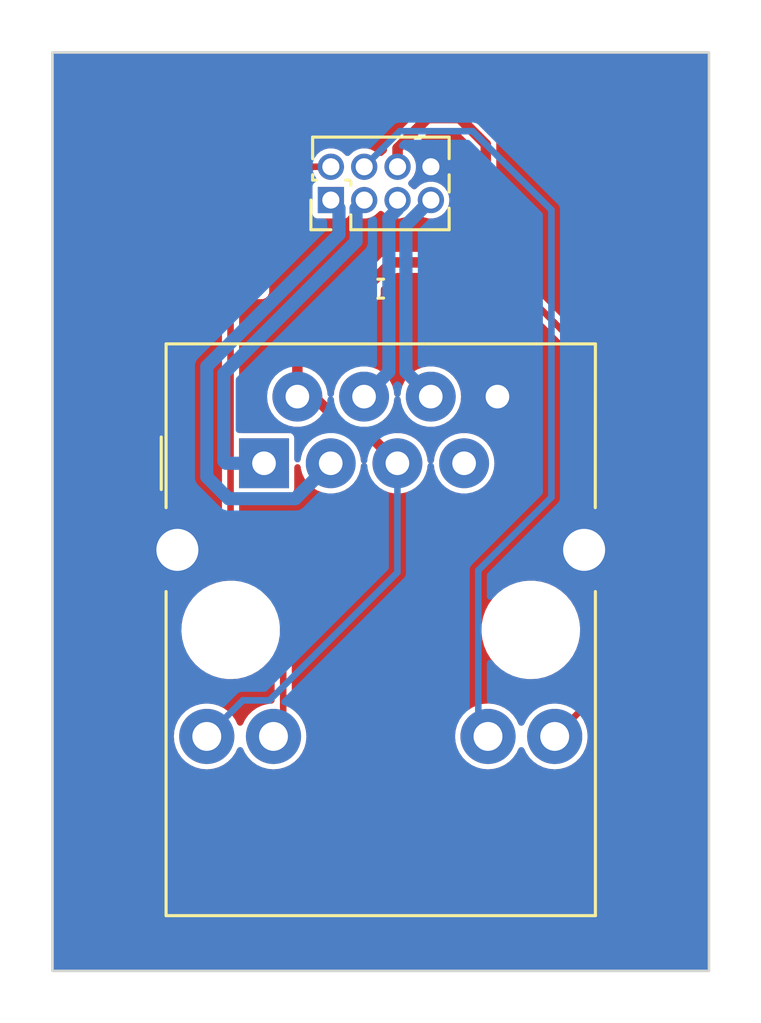
<source format=kicad_pcb>
(kicad_pcb (version 20221018) (generator pcbnew)
  (layers (0 "F.Cu" signal) (31 "B.Cu" signal) (34 "B.Paste" user) (35 "F.Paste" user) (36 "B.SilkS" user "B.Silkscreen") (37 "F.SilkS" user "F.Silkscreen") (38 "B.Mask" user) (39 "F.Mask" user) (44 "Edge.Cuts" user))
  (net 0 "")
  (net 1 "+3V3")
  (net 2 "GND")
  (net 4 "Net-(J1-LEDY_K)")
  (net 5 "Net-(J1-LEDG_K)")
  (net 6 "/RJ45_TD-")
  (net 7 "/RJ45_LEDY_K")
  (net 8 "/RJ45_TD+")
  (net 9 "/RJ45_LEDG_A")
  (net 10 "/RJ45_RD+")
  (net 11 "/RJ45_RD-")
  (footprint "Capacitor_SMD:C_0402_1005Metric" (layer "F.Cu") (at 141.5 87)
    (fp_text reference "C1" hide)
    (fp_text value "10uF" hide)
    (fp_line (start -0.107836 -0.36) (end 0.107836 -0.36) (stroke (width 0.12)) (layer "F.SilkS"))
    (fp_line (start -0.107836 0.36) (end 0.107836 0.36) (stroke (width 0.12)) (layer "F.SilkS"))
    (pad "1" smd roundrect (at -0.48 0) (size 0.56 0.62) (layers "F.Cu" "F.Paste" "F.Mask") (net 1 "+3V3"))
    (pad "2" smd roundrect (at 0.48 0) (size 0.56 0.62) (layers "F.Cu" "F.Paste" "F.Mask") (net 2 "GND"))
  )
  (footprint "Connector_RJ:RJ45_Bel_SI-60062-F" (layer "F.Cu") (at 137.055 93.655)
    (fp_text reference "J1" hide)
    (fp_text value "RJ45")
    (fp_line (start -3.915 -1) (end -3.915 1) (stroke (width 0.12)) (layer "F.SilkS"))
    (fp_line (start -3.73 -4.55) (end 12.62 -4.55) (stroke (width 0.12)) (layer "F.SilkS"))
    (fp_line (start -3.73 1.69) (end -3.73 -4.55) (stroke (width 0.12)) (layer "F.SilkS"))
    (fp_line (start -3.73 17.24) (end -3.73 4.89) (stroke (width 0.12)) (layer "F.SilkS"))
    (fp_line (start 12.62 -4.55) (end 12.615 1.69) (stroke (width 0.12)) (layer "F.SilkS"))
    (fp_line (start 12.62 4.89) (end 12.62 17.24) (stroke (width 0.12)) (layer "F.SilkS"))
    (fp_line (start 12.62 17.24) (end -3.73 17.24) (stroke (width 0.12)) (layer "F.SilkS"))
    (pad "" np_thru_hole circle (at -1.27 6.35) (size 3.25 3.25) (drill 3.25) (layers "*.Cu" "*.Mask"))
    (pad "" np_thru_hole circle (at 10.16 6.35) (size 3.25 3.25) (drill 3.25) (layers "*.Cu" "*.Mask"))
    (pad "1" thru_hole rect (at 0 0) (size 1.9 1.9) (drill 0.9) (layers "*.Cu" "*.Mask") (net 8 "/RJ45_TD+"))
    (pad "2" thru_hole circle (at 1.27 -2.54) (size 1.9 1.9) (drill 0.9) (layers "*.Cu" "*.Mask") (net 1 "+3V3"))
    (pad "3" thru_hole circle (at 2.54 0) (size 1.9 1.9) (drill 0.9) (layers "*.Cu" "*.Mask") (net 6 "/RJ45_TD-"))
    (pad "4" thru_hole circle (at 3.81 -2.54) (size 1.9 1.9) (drill 0.9) (layers "*.Cu" "*.Mask") (net 10 "/RJ45_RD+"))
    (pad "5" thru_hole circle (at 5.08 0) (size 1.9 1.9) (drill 0.9) (layers "*.Cu" "*.Mask") (net 1 "+3V3"))
    (pad "6" thru_hole circle (at 6.35 -2.54) (size 1.9 1.9) (drill 0.9) (layers "*.Cu" "*.Mask") (net 11 "/RJ45_RD-"))
    (pad "7" thru_hole circle (at 7.62 0) (size 1.9 1.9) (drill 0.9) (layers "*.Cu" "*.Mask"))
    (pad "8" thru_hole circle (at 8.89 -2.54) (size 1.9 1.9) (drill 0.9) (layers "*.Cu" "*.Mask") (net 2 "GND"))
    (pad "L1" thru_hole circle (at -2.18 10.41) (size 2.1 2.1) (drill 1.1) (layers "*.Cu" "*.Mask") (net 1 "+3V3"))
    (pad "L2" thru_hole circle (at 0.36 10.41) (size 2.1 2.1) (drill 1.1) (layers "*.Cu" "*.Mask") (net 4 "Net-(J1-LEDY_K)"))
    (pad "L3" thru_hole circle (at 8.53 10.41) (size 2.1 2.1) (drill 1.1) (layers "*.Cu" "*.Mask") (net 9 "/RJ45_LEDG_A"))
    (pad "L4" thru_hole circle (at 11.07 10.41) (size 2.1 2.1) (drill 1.1) (layers "*.Cu" "*.Mask") (net 5 "Net-(J1-LEDG_K)"))
    (pad "SH" thru_hole circle (at -3.3 3.3) (size 2.6 2.6) (drill 1.6) (layers "*.Cu" "*.Mask") (net 2 "GND"))
    (pad "SH" thru_hole circle (at 12.19 3.3) (size 2.6 2.6) (drill 1.6) (layers "*.Cu" "*.Mask") (net 2 "GND"))
  )
  (footprint "Resistor_SMD:R_0201_0603Metric" (layer "F.Cu") (at 146.5 87 180)
    (fp_text reference "R1" hide)
    (fp_text value "270R" hide)
    (pad "1" smd roundrect (at -0.32 0 180) (size 0.46 0.4) (layers "F.Cu" "F.Mask") (net 5 "Net-(J1-LEDG_K)"))
    (pad "2" smd roundrect (at 0.32 0 180) (size 0.46 0.4) (layers "F.Cu" "F.Mask") (net 2 "GND"))
  )
  (footprint "Connector_PinHeader_1.27mm:PinHeader_2x04_P1.27mm_Vertical" (layer "F.Cu") (at 139.6 83.625 90)
    (fp_text reference "J3" hide)
    (fp_text value "JST_RJ45" hide)
    (fp_line (start -1.13 -0.76) (end 0 -0.76) (stroke (width 0.12)) (layer "F.SilkS"))
    (fp_line (start -1.13 0) (end -1.13 -0.76) (stroke (width 0.12)) (layer "F.SilkS"))
    (fp_line (start -1.13 0.76) (end -1.13 4.505) (stroke (width 0.12)) (layer "F.SilkS"))
    (fp_line (start -1.13 0.76) (end -0.563471 0.76) (stroke (width 0.12)) (layer "F.SilkS"))
    (fp_line (start -1.13 4.505) (end -0.30753 4.505) (stroke (width 0.12)) (layer "F.SilkS"))
    (fp_line (start 0.30753 4.505) (end 0.96247 4.505) (stroke (width 0.12)) (layer "F.SilkS"))
    (fp_line (start 0.563471 0.76) (end 0.706529 0.76) (stroke (width 0.12)) (layer "F.SilkS"))
    (fp_line (start 0.76 -0.695) (end 0.96247 -0.695) (stroke (width 0.12)) (layer "F.SilkS"))
    (fp_line (start 0.76 -0.563471) (end 0.76 -0.695) (stroke (width 0.12)) (layer "F.SilkS"))
    (fp_line (start 0.76 0.706529) (end 0.76 0.563471) (stroke (width 0.12)) (layer "F.SilkS"))
    (fp_line (start 1.57753 -0.695) (end 2.4 -0.695) (stroke (width 0.12)) (layer "F.SilkS"))
    (fp_line (start 1.57753 4.505) (end 2.4 4.505) (stroke (width 0.12)) (layer "F.SilkS"))
    (fp_line (start 2.4 -0.695) (end 2.4 4.505) (stroke (width 0.12)) (layer "F.SilkS"))
    (pad "1" thru_hole rect (at 0 0 90) (size 1 1) (drill 0.65) (layers "*.Cu" "*.Mask") (net 6 "/RJ45_TD-"))
    (pad "2" thru_hole oval (at 1.27 0 90) (size 1 1) (drill 0.65) (layers "*.Cu" "*.Mask") (net 7 "/RJ45_LEDY_K"))
    (pad "3" thru_hole oval (at 0 1.27 90) (size 1 1) (drill 0.65) (layers "*.Cu" "*.Mask") (net 8 "/RJ45_TD+"))
    (pad "4" thru_hole oval (at 1.27 1.27 90) (size 1 1) (drill 0.65) (layers "*.Cu" "*.Mask") (net 9 "/RJ45_LEDG_A"))
    (pad "5" thru_hole oval (at 0 2.54 90) (size 1 1) (drill 0.65) (layers "*.Cu" "*.Mask") (net 10 "/RJ45_RD+"))
    (pad "6" thru_hole oval (at 1.27 2.54 90) (size 1 1) (drill 0.65) (layers "*.Cu" "*.Mask") (net 1 "+3V3"))
    (pad "7" thru_hole oval (at 0 3.81 90) (size 1 1) (drill 0.65) (layers "*.Cu" "*.Mask") (net 11 "/RJ45_RD-"))
    (pad "8" thru_hole oval (at 1.27 3.81 90) (size 1 1) (drill 0.65) (layers "*.Cu" "*.Mask") (net 2 "GND"))
  )
  (footprint "Resistor_SMD:R_0201_0603Metric" (layer "F.Cu") (at 136.5 87)
    (fp_text reference "R2" hide)
    (fp_text value "270R" hide)
    (pad "1" smd roundrect (at -0.32 0) (size 0.46 0.4) (layers "F.Cu" "F.Mask") (net 4 "Net-(J1-LEDY_K)"))
    (pad "2" smd roundrect (at 0.32 0) (size 0.46 0.4) (layers "F.Cu" "F.Mask") (net 7 "/RJ45_LEDY_K"))
  )
  (gr_rect (start 129 78) (end 154 113) (stroke (width 0.1)) (fill none) (layer "Edge.Cuts"))
  (segment (start 142.14 81.647894) (end 142.14 82.355) (width 0.4) (layer "F.Cu") (net 1))
  (segment (start 141.906325 86) (end 144 86) (width 0.4) (layer "F.Cu") (net 1))
  (segment (start 145.5 81.5) (end 144.5 80.5) (width 0.4) (layer "F.Cu") (net 1))
  (segment (start 140.945 92.465) (end 142.135 93.655) (width 0.4) (layer "F.Cu") (net 1))
  (segment (start 138.325 89.695) (end 138.325 91.115) (width 0.4) (layer "F.Cu") (net 1))
  (segment (start 144.5 80.5) (end 143.287894 80.5) (width 0.4) (layer "F.Cu") (net 1))
  (segment (start 144 86) (end 145.5 84.5) (width 0.4) (layer "F.Cu") (net 1))
  (segment (start 141.02 87) (end 141.02 86.886325) (width 0.4) (layer "F.Cu") (net 1))
  (segment (start 138.955811 91.115) (end 140.305811 92.465) (width 0.4) (layer "F.Cu") (net 1))
  (segment (start 140.305811 92.465) (end 140.945 92.465) (width 0.4) (layer "F.Cu") (net 1))
  (segment (start 141.02 86.886325) (end 141.906325 86) (width 0.4) (layer "F.Cu") (net 1))
  (segment (start 143.287894 80.5) (end 142.14 81.647894) (width 0.4) (layer "F.Cu") (net 1))
  (segment (start 145.5 84.5) (end 145.5 81.5) (width 0.4) (layer "F.Cu") (net 1))
  (segment (start 141.02 87) (end 138.325 89.695) (width 0.4) (layer "F.Cu") (net 1))
  (segment (start 138.325 91.115) (end 138.955811 91.115) (width 0.4) (layer "F.Cu") (net 1))
  (segment (start 142.135 93.655) (end 142.135 97.815) (width 0.25) (layer "B.Cu") (net 1))
  (segment (start 136.25 102.69) (end 134.875 104.065) (width 0.25) (layer "B.Cu") (net 1))
  (segment (start 142.135 97.815) (end 137.26 102.69) (width 0.25) (layer "B.Cu") (net 1))
  (segment (start 137.26 102.69) (end 136.25 102.69) (width 0.25) (layer "B.Cu") (net 1))
  (segment (start 137.785 103.695) (end 137.415 104.065) (width 0.25) (layer "F.Cu") (net 4))
  (segment (start 137.785 99.176573) (end 137.785 103.695) (width 0.25) (layer "F.Cu") (net 4))
  (segment (start 136.18 87) (end 135.78 87.4) (width 0.25) (layer "F.Cu") (net 4))
  (segment (start 135.78 87.4) (end 135.78 97.171573) (width 0.25) (layer "F.Cu") (net 4))
  (segment (start 135.78 97.171573) (end 137.785 99.176573) (width 0.25) (layer "F.Cu") (net 4))
  (segment (start 150.87 101.32) (end 148.125 104.065) (width 0.25) (layer "F.Cu") (net 5))
  (segment (start 150.87 91.05) (end 150.87 101.32) (width 0.25) (layer "F.Cu") (net 5))
  (segment (start 146.82 87) (end 150.87 91.05) (width 0.25) (layer "F.Cu") (net 5))
  (segment (start 134.875 94.175) (end 134.875 89.96538) (width 0.5) (layer "B.Cu") (net 6))
  (segment (start 139.91 84.93038) (end 139.91 83.935) (width 0.5) (layer "B.Cu") (net 6))
  (segment (start 139.91 83.935) (end 139.6 83.625) (width 0.5) (layer "B.Cu") (net 6))
  (segment (start 138.245 95.005) (end 135.705 95.005) (width 0.5) (layer "B.Cu") (net 6))
  (segment (start 139.595 93.655) (end 138.245 95.005) (width 0.5) (layer "B.Cu") (net 6))
  (segment (start 134.875 89.96538) (end 139.91 84.93038) (width 0.5) (layer "B.Cu") (net 6))
  (segment (start 135.705 95.005) (end 134.875 94.175) (width 0.5) (layer "B.Cu") (net 6))
  (segment (start 139.6 82.355) (end 138.892894 82.355) (width 0.25) (layer "F.Cu") (net 7))
  (segment (start 136.82 84.427894) (end 136.82 87) (width 0.25) (layer "F.Cu") (net 7))
  (segment (start 138.892894 82.355) (end 136.82 84.427894) (width 0.25) (layer "F.Cu") (net 7))
  (segment (start 135.525 93.575) (end 135.525 90.23462) (width 0.5) (layer "B.Cu") (net 8))
  (segment (start 135.525 90.23462) (end 140.56 85.19962) (width 0.5) (layer "B.Cu") (net 8))
  (segment (start 140.56 85.19962) (end 140.56 83.935) (width 0.5) (layer "B.Cu") (net 8))
  (segment (start 137.055 93.655) (end 135.605 93.655) (width 0.5) (layer "B.Cu") (net 8))
  (segment (start 140.56 83.935) (end 140.87 83.625) (width 0.5) (layer "B.Cu") (net 8))
  (segment (start 135.605 93.655) (end 135.525 93.575) (width 0.5) (layer "B.Cu") (net 8))
  (segment (start 145.585 104.065) (end 145.215 103.695) (width 0.25) (layer "B.Cu") (net 9))
  (segment (start 148 84) (end 145 81) (width 0.25) (layer "B.Cu") (net 9))
  (segment (start 145 81) (end 142.225 81) (width 0.25) (layer "B.Cu") (net 9))
  (segment (start 148 94.950951) (end 148 84) (width 0.25) (layer "B.Cu") (net 9))
  (segment (start 142.225 81) (end 140.87 82.355) (width 0.25) (layer "B.Cu") (net 9))
  (segment (start 145.215 97.735951) (end 148 94.950951) (width 0.25) (layer "B.Cu") (net 9))
  (segment (start 145.215 103.695) (end 145.215 97.735951) (width 0.25) (layer "B.Cu") (net 9))
  (segment (start 141.81 90.17) (end 140.865 91.115) (width 0.5) (layer "B.Cu") (net 10))
  (segment (start 142.14 83.975761) (end 141.81 84.305761) (width 0.5) (layer "B.Cu") (net 10))
  (segment (start 142.14 83.625) (end 142.14 83.975761) (width 0.5) (layer "B.Cu") (net 10))
  (segment (start 141.81 84.305761) (end 141.81 90.17) (width 0.5) (layer "B.Cu") (net 10))
  (segment (start 142.46 90.17) (end 143.405 91.115) (width 0.5) (layer "B.Cu") (net 11))
  (segment (start 143.41 83.625) (end 143.04 83.995) (width 0.5) (layer "B.Cu") (net 11))
  (segment (start 143.04 83.995) (end 143.04 83.997793) (width 0.5) (layer "B.Cu") (net 11))
  (segment (start 143.04 83.997793) (end 142.46 84.577793) (width 0.5) (layer "B.Cu") (net 11))
  (segment (start 142.46 84.577793) (end 142.46 90.17) (width 0.5) (layer "B.Cu") (net 11))
  (zone (net 2) (net_name "GND") (layers "F&B.Cu") (connect_pads yes (clearance 0.2)) (min_thickness 0.25) (fill yes (thermal_gap 0.2) (thermal_bridge_width 0.5))
    (polygon (pts (xy 127 76) (xy 156 76) (xy 156 115) (xy 127 115)))
  )
)
</source>
